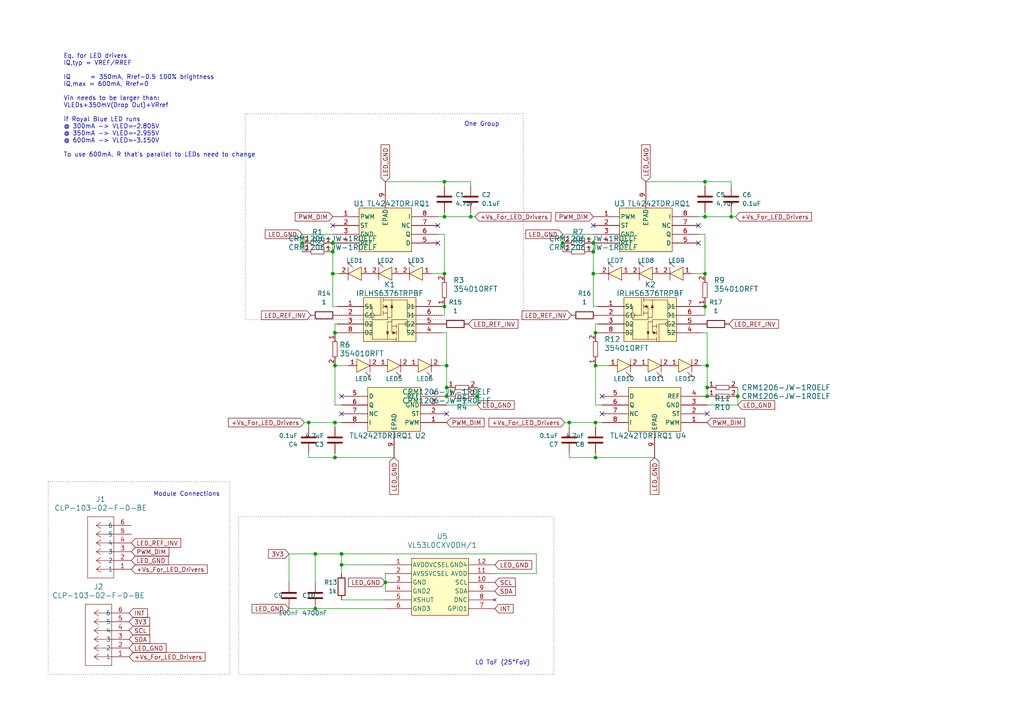
<source format=kicad_sch>
(kicad_sch (version 20230121) (generator eeschema)
  (paper "A4")
  (lib_symbols
    (symbol "354010RFT:354010RFT" (pin_names (offset 0.254))
      (property "Reference" "R3" (at 7.62 -2.54 90))
      (property "Value" "354010RFT" (at 5.08 -2.54 90))
      (symbol "354010RFT_1_1"
        (rectangle (start 2.54 0.635) (end 6.985 -0.635))
        (pin unspecified line (at 0 0 0) (length 2.54) (name "") (number "1"))
        (pin unspecified line (at 9.525 0 180) (length 2.54) (name "") (number "2"))
      )
      (symbol "354010RFT_1_2"
        (polyline (pts (xy -1.27 3.175) (xy 1.27 4.445)) (stroke (width 0.2032)))
        (polyline (pts (xy -1.27 5.715) (xy 1.27 6.985)) (stroke (width 0.2032)))
        (polyline (pts (xy -1.27 8.255) (xy 1.27 9.525)) (stroke (width 0.2032)))
        (polyline (pts (xy 0 2.54) (xy -1.27 3.175)) (stroke (width 0.2032)))
        (polyline (pts (xy 1.27 4.445) (xy -1.27 5.715)) (stroke (width 0.2032)))
        (polyline (pts (xy 1.27 6.985) (xy -1.27 8.255)) (stroke (width 0.2032)))
        (polyline (pts (xy 1.27 9.525) (xy 0 10.16)) (stroke (width 0.2032)))
        (pin unspecified line (at 0 12.7 270) (length 2.54) (name "") (number "1"))
        (pin unspecified line (at 0 0 90) (length 2.54) (name "") (number "2"))
      )
    )
    (symbol "CLP_103_02_F_D_BE:CLP-103-02-F-D-BE" (pin_names (offset 0.254))
      (property "Reference" "J" (at 8.89 6.35 0))
      (property "Value" "CLP-103-02-F-D-BE" (at 0 0 0))
      (symbol "CLP-103-02-F-D-BE_1_1"
        (polyline (pts (xy 5.08 -15.24) (xy 12.7 -15.24)) (stroke (width 0.127)))
        (polyline (pts (xy 5.08 2.54) (xy 5.08 -15.24)) (stroke (width 0.127)))
        (polyline (pts (xy 10.16 -12.7) (xy 5.08 -12.7)) (stroke (width 0.127)))
        (polyline (pts (xy 10.16 -12.7) (xy 8.89 -13.5467)) (stroke (width 0.127)))
        (polyline (pts (xy 10.16 -12.7) (xy 8.89 -11.8533)) (stroke (width 0.127)))
        (polyline (pts (xy 10.16 -10.16) (xy 5.08 -10.16)) (stroke (width 0.127)))
        (polyline (pts (xy 10.16 -10.16) (xy 8.89 -11.0067)) (stroke (width 0.127)))
        (polyline (pts (xy 10.16 -10.16) (xy 8.89 -9.3133)) (stroke (width 0.127)))
        (polyline (pts (xy 10.16 -7.62) (xy 5.08 -7.62)) (stroke (width 0.127)))
        (polyline (pts (xy 10.16 -7.62) (xy 8.89 -8.4667)) (stroke (width 0.127)))
        (polyline (pts (xy 10.16 -7.62) (xy 8.89 -6.7733)) (stroke (width 0.127)))
        (polyline (pts (xy 10.16 -5.08) (xy 5.08 -5.08)) (stroke (width 0.127)))
        (polyline (pts (xy 10.16 -5.08) (xy 8.89 -5.9267)) (stroke (width 0.127)))
        (polyline (pts (xy 10.16 -5.08) (xy 8.89 -4.2333)) (stroke (width 0.127)))
        (polyline (pts (xy 10.16 -2.54) (xy 5.08 -2.54)) (stroke (width 0.127)))
        (polyline (pts (xy 10.16 -2.54) (xy 8.89 -3.3867)) (stroke (width 0.127)))
        (polyline (pts (xy 10.16 -2.54) (xy 8.89 -1.6933)) (stroke (width 0.127)))
        (polyline (pts (xy 10.16 0) (xy 5.08 0)) (stroke (width 0.127)))
        (polyline (pts (xy 10.16 0) (xy 8.89 -0.8467)) (stroke (width 0.127)))
        (polyline (pts (xy 10.16 0) (xy 8.89 0.8467)) (stroke (width 0.127)))
        (polyline (pts (xy 12.7 -15.24) (xy 12.7 2.54)) (stroke (width 0.127)))
        (polyline (pts (xy 12.7 2.54) (xy 5.08 2.54)) (stroke (width 0.127)))
        (pin unspecified line (at 0 0 0) (length 5.08) (name "1") (number "1"))
        (pin unspecified line (at 0 -2.54 0) (length 5.08) (name "2") (number "2"))
        (pin unspecified line (at 0 -5.08 0) (length 5.08) (name "3") (number "3"))
        (pin unspecified line (at 0 -7.62 0) (length 5.08) (name "4") (number "4"))
        (pin unspecified line (at 0 -10.16 0) (length 5.08) (name "5") (number "5"))
        (pin unspecified line (at 0 -12.7 0) (length 5.08) (name "6") (number "6"))
      )
      (symbol "CLP-103-02-F-D-BE_1_2"
        (polyline (pts (xy 5.08 -15.24) (xy 12.7 -15.24)) (stroke (width 0.127)))
        (polyline (pts (xy 5.08 2.54) (xy 5.08 -15.24)) (stroke (width 0.127)))
        (polyline (pts (xy 7.62 -12.7) (xy 5.08 -12.7)) (stroke (width 0.127)))
        (polyline (pts (xy 7.62 -12.7) (xy 8.89 -13.5467)) (stroke (width 0.127)))
        (polyline (pts (xy 7.62 -12.7) (xy 8.89 -11.8533)) (stroke (width 0.127)))
        (polyline (pts (xy 7.62 -10.16) (xy 5.08 -10.16)) (stroke (width 0.127)))
        (polyline (pts (xy 7.62 -10.16) (xy 8.89 -11.0067)) (stroke (width 0.127)))
        (polyline (pts (xy 7.62 -10.16) (xy 8.89 -9.3133)) (stroke (width 0.127)))
        (polyline (pts (xy 7.62 -7.62) (xy 5.08 -7.62)) (stroke (width 0.127)))
        (polyline (pts (xy 7.62 -7.62) (xy 8.89 -8.4667)) (stroke (width 0.127)))
        (polyline (pts (xy 7.62 -7.62) (xy 8.89 -6.7733)) (stroke (width 0.127)))
        (polyline (pts (xy 7.62 -5.08) (xy 5.08 -5.08)) (stroke (width 0.127)))
        (polyline (pts (xy 7.62 -5.08) (xy 8.89 -5.9267)) (stroke (width 0.127)))
        (polyline (pts (xy 7.62 -5.08) (xy 8.89 -4.2333)) (stroke (width 0.127)))
        (polyline (pts (xy 7.62 -2.54) (xy 5.08 -2.54)) (stroke (width 0.127)))
        (polyline (pts (xy 7.62 -2.54) (xy 8.89 -3.3867)) (stroke (width 0.127)))
        (polyline (pts (xy 7.62 -2.54) (xy 8.89 -1.6933)) (stroke (width 0.127)))
        (polyline (pts (xy 7.62 0) (xy 5.08 0)) (stroke (width 0.127)))
        (polyline (pts (xy 7.62 0) (xy 8.89 -0.8467)) (stroke (width 0.127)))
        (polyline (pts (xy 7.62 0) (xy 8.89 0.8467)) (stroke (width 0.127)))
        (polyline (pts (xy 12.7 -15.24) (xy 12.7 2.54)) (stroke (width 0.127)))
        (polyline (pts (xy 12.7 2.54) (xy 5.08 2.54)) (stroke (width 0.127)))
        (pin unspecified line (at 0 0 0) (length 5.08) (name "1") (number "1"))
        (pin unspecified line (at 0 -2.54 0) (length 5.08) (name "2") (number "2"))
        (pin unspecified line (at 0 -5.08 0) (length 5.08) (name "3") (number "3"))
        (pin unspecified line (at 0 -7.62 0) (length 5.08) (name "4") (number "4"))
        (pin unspecified line (at 0 -10.16 0) (length 5.08) (name "5") (number "5"))
        (pin unspecified line (at 0 -12.7 0) (length 5.08) (name "6") (number "6"))
      )
    )
    (symbol "CRM1206_JW_1R0ELF:CRM1206-JW-1R0ELF" (pin_names (offset 0.254))
      (property "Reference" "R1" (at 6.35 -5.715 0))
      (property "Value" "CRM1206-JW-1R0ELF" (at 6.35 -3.175 0))
      (symbol "CRM1206-JW-1R0ELF_1_1"
        (rectangle (start 2.54 0.635) (end 6.35 -0.635))
        (pin unspecified line (at 0 0 0) (length 2.54) (name "") (number "1"))
        (pin unspecified line (at 8.89 0 180) (length 2.54) (name "") (number "2"))
      )
      (symbol "CRM1206-JW-1R0ELF_1_2"
        (polyline (pts (xy -1.27 3.175) (xy 1.27 4.445)) (stroke (width 0.2032)))
        (polyline (pts (xy -1.27 5.715) (xy 1.27 6.985)) (stroke (width 0.2032)))
        (polyline (pts (xy -1.27 8.255) (xy 1.27 9.525)) (stroke (width 0.2032)))
        (polyline (pts (xy 0 2.54) (xy -1.27 3.175)) (stroke (width 0.2032)))
        (polyline (pts (xy 1.27 4.445) (xy -1.27 5.715)) (stroke (width 0.2032)))
        (polyline (pts (xy 1.27 6.985) (xy -1.27 8.255)) (stroke (width 0.2032)))
        (polyline (pts (xy 1.27 9.525) (xy 0 10.16)) (stroke (width 0.2032)))
        (pin unspecified line (at 0 12.7 270) (length 2.54) (name "") (number "1"))
        (pin unspecified line (at 0 0 90) (length 2.54) (name "") (number "2"))
      )
    )
    (symbol "Device:C" (pin_numbers hide) (pin_names (offset 0.254))
      (property "Reference" "C" (at 0.635 2.54 0))
      (property "Value" "C" (at 0.635 -2.54 0))
      (symbol "C_0_1"
        (polyline (pts (xy -2.032 -0.762) (xy 2.032 -0.762)) (stroke (width 0.508)))
        (polyline (pts (xy -2.032 0.762) (xy 2.032 0.762)) (stroke (width 0.508)))
      )
      (symbol "C_1_1"
        (pin passive line (at 0 3.81 270) (length 2.794) (name "~") (number "1"))
        (pin passive line (at 0 -3.81 90) (length 2.794) (name "~") (number "2"))
      )
    )
    (symbol "Device:R" (pin_numbers hide) (pin_names (offset 0))
      (property "Reference" "R" (at 2.032 0 90))
      (property "Value" "R" (at 0 0 90))
      (symbol "R_0_1"
        (rectangle (start -1.016 -2.54) (end 1.016 2.54) (stroke (width 0.254)))
      )
      (symbol "R_1_1"
        (pin passive line (at 0 3.81 270) (length 1.27) (name "~") (number "1"))
        (pin passive line (at 0 -3.81 90) (length 1.27) (name "~") (number "2"))
      )
    )
    (symbol "HFS:XPEBRY-L1-R250-00P01"
      (property "Reference" "LED" (at 0 5.08 0))
      (property "Value" "XPEBRY-L1-R250-00P01" (at 0 -5.08 0))
      (symbol "XPEBRY-L1-R250-00P01_0_1"
        (polyline (pts (xy -5.08 0) (xy -5.08 0)))
        (polyline (pts (xy -1.905 -1.905) (xy -1.905 1.905)))
        (polyline (pts (xy -0.635 1.905) (xy -1.905 3.175)))
        (polyline (pts (xy -1.905 2.54) (xy -1.905 3.175) (xy -1.27 3.175)))
        (polyline (pts (xy 1.905 1.905) (xy 1.905 -1.905) (xy -1.905 0) (xy 1.905 1.905)) (fill (type background)))
      )
      (symbol "XPEBRY-L1-R250-00P01_1_1"
        (pin passive line (at 4.445 0 180) (length 2.54) (name "") (number "1"))
        (pin passive line (at -4.445 0 0) (length 2.54) (name "") (number "2"))
      )
    )
    (symbol "IRLHS6376TRPBF:IRLHS6376TRPBF" (pin_names (offset 0.254))
      (property "Reference" "K1" (at 0 15.24 0))
      (property "Value" "IRLHS6376TRPBF" (at 0 12.7 0))
      (symbol "IRLHS6376TRPBF_0_1"
        (arc (start -5.08 1.905) (mid -4.4477 2.54) (end -5.08 3.175) (stroke (width 0.127)))
        (polyline (pts (xy -7.62 0) (xy -5.08 0)) (stroke (width 0.127)))
        (polyline (pts (xy -7.62 2.54) (xy -2.54 2.54)) (stroke (width 0.127)))
        (polyline (pts (xy -7.62 5.08) (xy -5.08 5.08)) (stroke (width 0.127)))
        (polyline (pts (xy -5.08 -2.54) (xy -7.62 -2.54)) (stroke (width 0.127)))
        (polyline (pts (xy -5.08 0) (xy -5.08 -4.445)) (stroke (width 0.127)))
        (polyline (pts (xy -5.08 1.27) (xy -0.635 1.27)) (stroke (width 0.127)))
        (polyline (pts (xy -5.08 1.905) (xy -5.08 1.27)) (stroke (width 0.127)))
        (polyline (pts (xy -5.08 5.08) (xy -5.08 3.175)) (stroke (width 0.127)))
        (polyline (pts (xy -2.54 7.62) (xy -2.54 2.54)) (stroke (width 0.127)))
        (polyline (pts (xy -1.905 3.175) (xy -0.635 3.175)) (stroke (width 0.127)))
        (polyline (pts (xy -1.905 3.81) (xy -1.905 2.54)) (stroke (width 0.127)))
        (polyline (pts (xy -1.905 5.08) (xy -0.635 5.08)) (stroke (width 0.127)))
        (polyline (pts (xy -1.905 5.715) (xy -1.905 4.445)) (stroke (width 0.127)))
        (polyline (pts (xy -1.905 6.985) (xy 5.0855 6.9808)) (stroke (width 0.127)))
        (polyline (pts (xy -1.905 7.62) (xy -1.905 6.35)) (stroke (width 0.127)))
        (polyline (pts (xy -1.5875 5.08) (xy -0.9525 4.7625)) (stroke (width 0.127)))
        (polyline (pts (xy -1.5875 5.08) (xy -0.9525 5.3975)) (stroke (width 0.127)))
        (polyline (pts (xy -0.9525 -2.8575) (xy -0.3175 -2.8575)) (stroke (width 0.127)))
        (polyline (pts (xy -0.9525 -2.2225) (xy -0.3175 -2.2225)) (stroke (width 0.127)))
        (polyline (pts (xy -0.9525 5.3975) (xy -0.9525 4.7625)) (stroke (width 0.127)))
        (polyline (pts (xy -0.635 -2.8575) (xy -0.9525 -2.2225)) (stroke (width 0.127)))
        (polyline (pts (xy -0.635 0.635) (xy -0.635 -4.445)) (stroke (width 0.127)))
        (polyline (pts (xy -0.635 1.905) (xy 0.635 1.905)) (stroke (width 0.127)))
        (polyline (pts (xy -0.635 5.08) (xy -0.635 1.27)) (stroke (width 0.127)))
        (polyline (pts (xy -0.3175 -2.2225) (xy -0.635 -2.8575)) (stroke (width 0.127)))
        (polyline (pts (xy 0.3175 4.7625) (xy 0.635 5.3975)) (stroke (width 0.127)))
        (polyline (pts (xy 0.3175 4.7625) (xy 0.9525 4.7625)) (stroke (width 0.127)))
        (polyline (pts (xy 0.3175 5.3975) (xy 0.9525 5.3975)) (stroke (width 0.127)))
        (polyline (pts (xy 0.635 -2.54) (xy 1.905 -2.54)) (stroke (width 0.127)))
        (polyline (pts (xy 0.635 0.635) (xy -0.635 0.635)) (stroke (width 0.127)))
        (polyline (pts (xy 0.635 1.27) (xy 0.635 -2.54)) (stroke (width 0.127)))
        (polyline (pts (xy 0.635 1.27) (xy 5.08 1.27)) (stroke (width 0.127)))
        (polyline (pts (xy 0.635 5.3975) (xy 0.9525 4.7625)) (stroke (width 0.127)))
        (polyline (pts (xy 0.635 6.985) (xy 0.635 1.905)) (stroke (width 0.127)))
        (polyline (pts (xy 0.9525 -2.8575) (xy 1.5875 -2.54)) (stroke (width 0.127)))
        (polyline (pts (xy 0.9525 -2.2225) (xy 0.9525 -2.8575)) (stroke (width 0.127)))
        (polyline (pts (xy 1.5875 -2.54) (xy 0.9525 -2.2225)) (stroke (width 0.127)))
        (polyline (pts (xy 1.905 -5.08) (xy 1.905 -3.81)) (stroke (width 0.127)))
        (polyline (pts (xy 1.905 -4.445) (xy -5.0891 -4.4453)) (stroke (width 0.127)))
        (polyline (pts (xy 1.905 -3.175) (xy 1.905 -1.905)) (stroke (width 0.127)))
        (polyline (pts (xy 1.905 -1.27) (xy 1.905 0)) (stroke (width 0.127)))
        (polyline (pts (xy 1.905 -0.635) (xy 0.635 -0.635)) (stroke (width 0.127)))
        (polyline (pts (xy 2.54 -5.08) (xy 2.54 0)) (stroke (width 0.127)))
        (polyline (pts (xy 5.08 -2.54) (xy 7.62 -2.54)) (stroke (width 0.127)))
        (polyline (pts (xy 5.08 -0.635) (xy 5.08 -2.54)) (stroke (width 0.127)))
        (polyline (pts (xy 5.08 0.635) (xy 5.08 1.27)) (stroke (width 0.127)))
        (polyline (pts (xy 5.08 2.54) (xy 5.08 6.985)) (stroke (width 0.127)))
        (polyline (pts (xy 5.08 5.08) (xy 7.62 5.08)) (stroke (width 0.127)))
        (polyline (pts (xy 7.62 0) (xy 2.54 0)) (stroke (width 0.127)))
        (polyline (pts (xy 7.62 2.54) (xy 5.08 2.54)) (stroke (width 0.127)))
        (polyline (pts (xy -1.5875 5.08) (xy -0.9525 5.3975) (xy -0.9525 4.7625)) (fill (type outline)))
        (polyline (pts (xy -0.9525 -2.2225) (xy -0.3175 -2.2225) (xy -0.635 -2.8575)) (fill (type outline)))
        (polyline (pts (xy 0.635 5.3975) (xy 0.3175 4.7625) (xy 0.9525 4.7625)) (fill (type outline)))
        (polyline (pts (xy 0.9525 -2.2225) (xy 0.9525 -2.8575) (xy 1.5875 -2.54)) (fill (type outline)))
        (arc (start 5.08 0.635) (mid 4.4477 0) (end 5.08 -0.635) (stroke (width 0.127)))
        (pin unspecified line (at -15.24 5.08 0) (length 7.62) (name "S1") (number "1"))
        (pin unspecified line (at -15.24 2.54 0) (length 7.62) (name "G1") (number "2"))
        (pin unspecified line (at -15.24 0 0) (length 7.62) (name "D2") (number "3"))
        (pin unspecified line (at 15.24 -2.54 180) (length 7.62) (name "S2") (number "4"))
        (pin unspecified line (at 15.24 0 180) (length 7.62) (name "G2") (number "5"))
        (pin unspecified line (at 15.24 2.54 180) (length 7.62) (name "D1") (number "6"))
        (pin unspecified line (at 15.24 5.08 180) (length 7.62) (name "D1") (number "7"))
        (pin unspecified line (at -15.24 -2.54 0) (length 7.62) (name "D2") (number "8"))
      )
      (symbol "IRLHS6376TRPBF_1_1"
        (rectangle (start -7.62 7.62) (end 7.62 -5.08) (fill (type background)))
      )
    )
    (symbol "TL4242TDRJRQ1:TL4242TDRJRQ1" (pin_names (offset 0.254))
      (property "Reference" "U8" (at -7.62 7.62 0))
      (property "Value" "TL4242TDRJRQ1" (at 0 -10.16 0))
      (symbol "TL4242TDRJRQ1_0_1"
        (pin unspecified line (at -15.24 2.54 0) (length 7.62) (name "PWM") (number "1"))
        (pin unspecified line (at -15.24 0 0) (length 7.62) (name "ST") (number "2"))
        (pin power_in line (at -15.24 -2.54 0) (length 7.62) (name "GND") (number "3"))
        (pin power_in line (at -15.24 -5.08 0) (length 7.62) (name "REF") (number "4"))
        (pin unspecified line (at 15.24 -5.08 180) (length 7.62) (name "D") (number "5"))
        (pin unspecified line (at 15.24 -2.54 180) (length 7.62) (name "Q") (number "6"))
        (pin unspecified line (at 15.24 0 180) (length 7.62) (name "NC") (number "7"))
        (pin unspecified line (at 15.24 2.54 180) (length 7.62) (name "I") (number "8"))
        (pin unspecified line (at 0 12.7 270) (length 7.62) (name "EPAD") (number "9"))
      )
      (symbol "TL4242TDRJRQ1_1_1"
        (rectangle (start -7.62 5.08) (end 7.62 -7.62) (fill (type background)))
      )
    )
    (symbol "VL53L0CXV0DH-1:VL53L0CXV0DH_1" (pin_names (offset 0.254))
      (property "Reference" "U6" (at 16.51 8.255 0))
      (property "Value" "VL53L0CXV0DH/1" (at 16.51 5.715 0))
      (symbol "VL53L0CXV0DH_1_0_1"
        (pin power_in line (at 0 0 0) (length 7.62) (name "AVDDVCSEL") (number "1"))
        (pin input line (at 31.75 -5.08 180) (length 7.62) (name "SCL") (number "10"))
        (pin power_in line (at 31.75 -2.54 180) (length 7.62) (name "AVDD") (number "11"))
        (pin power_in line (at 31.75 0 180) (length 7.62) (name "GND4") (number "12"))
        (pin power_in line (at 0 -2.54 0) (length 7.62) (name "AVSSVCSEL") (number "2"))
        (pin power_in line (at 0 -5.08 0) (length 7.62) (name "GND") (number "3"))
        (pin power_in line (at 0 -7.62 0) (length 7.62) (name "GND2") (number "4"))
        (pin input line (at 0 -10.16 0) (length 7.62) (name "XSHUT") (number "5"))
        (pin power_in line (at 0 -12.7 0) (length 7.62) (name "GND3") (number "6"))
        (pin bidirectional line (at 31.75 -12.7 180) (length 7.62) (name "GPIO1") (number "7"))
        (pin no_connect line (at 31.75 -10.16 180) (length 7.62) (name "DNC") (number "8"))
        (pin bidirectional line (at 31.75 -7.62 180) (length 7.62) (name "SDA") (number "9"))
      )
      (symbol "VL53L0CXV0DH_1_1_1"
        (rectangle (start 7.62 1.905) (end 24.13 -14.605) (fill (type background)))
      )
    )
  )
  (junction (at 97.155 132.715))
  (junction (at 97.155 96.52))
  (junction (at 111.76 168.91))
  (junction (at 172.085 70.485))
  (junction (at 129.54 112.395))
  (junction (at 204.47 88.9))
  (junction (at 97.155 106.045))
  (junction (at 172.72 106.045))
  (junction (at 165.1 122.555))
  (junction (at 91.44 176.53))
  (junction (at 97.155 122.555))
  (junction (at 138.43 114.935))
  (junction (at 204.47 52.705))
  (junction (at 205.105 114.935))
  (junction (at 96.52 70.485))
  (junction (at 99.06 160.655))
  (junction (at 205.105 106.045))
  (junction (at 213.995 114.935))
  (junction (at 172.085 79.375))
  (junction (at 129.54 114.935))
  (junction (at 96.52 73.025))
  (junction (at 91.44 160.655))
  (junction (at 128.905 79.375))
  (junction (at 128.905 52.705))
  (junction (at 136.525 62.865))
  (junction (at 204.47 79.375))
  (junction (at 99.06 163.83))
  (junction (at 128.905 62.865))
  (junction (at 205.105 112.395))
  (junction (at 87.63 70.485))
  (junction (at 96.52 79.375))
  (junction (at 172.72 122.555))
  (junction (at 172.72 132.715))
  (junction (at 128.905 88.9))
  (junction (at 163.195 70.485))
  (junction (at 89.535 122.555))
  (junction (at 212.09 62.865))
  (junction (at 172.085 73.025))
  (junction (at 204.47 62.865))
  (junction (at 129.54 106.045))
  (junction (at 172.72 96.52))
  (no_connect (at 127 65.405))
  (no_connect (at 99.06 120.015))
  (no_connect (at 172.085 65.405))
  (no_connect (at 129.54 120.015))
  (no_connect (at 99.06 114.935))
  (no_connect (at 96.52 65.405))
  (no_connect (at 174.625 114.935))
  (no_connect (at 127 70.485))
  (no_connect (at 202.565 70.485))
  (no_connect (at 174.625 120.015))
  (no_connect (at 202.565 65.405))
  (no_connect (at 205.105 120.015))
  (wire (pts (xy 176.53 106.045) (xy 172.72 106.045)))
  (wire (pts (xy 143.51 166.37) (xy 155.575 166.37)))
  (wire (pts (xy 204.47 67.945) (xy 202.565 67.945)))
  (wire (pts (xy 96.52 79.375) (xy 96.52 88.9)))
  (wire (pts (xy 172.085 73.025) (xy 172.085 79.375)))
  (wire (pts (xy 136.525 61.595) (xy 136.525 62.865)))
  (wire (pts (xy 172.72 123.825) (xy 172.72 122.555)))
  (wire (pts (xy 97.155 117.475) (xy 97.155 106.045)))
  (wire (pts (xy 129.54 96.52) (xy 129.54 106.045)))
  (wire (pts (xy 172.72 117.475) (xy 174.625 117.475)))
  (wire (pts (xy 163.83 122.555) (xy 165.1 122.555)))
  (wire (pts (xy 204.47 62.865) (xy 202.565 62.865)))
  (wire (pts (xy 96.52 88.9) (xy 97.79 88.9)))
  (wire (pts (xy 99.06 160.655) (xy 99.06 163.83)))
  (wire (pts (xy 100.965 106.045) (xy 97.155 106.045)))
  (wire (pts (xy 125.095 79.375) (xy 128.905 79.375)))
  (wire (pts (xy 172.72 96.52) (xy 172.72 93.98)))
  (wire (pts (xy 111.76 168.91) (xy 111.76 166.37)))
  (wire (pts (xy 91.44 176.53) (xy 111.76 176.53)))
  (wire (pts (xy 165.1 122.555) (xy 172.72 122.555)))
  (wire (pts (xy 97.155 96.52) (xy 97.79 96.52)))
  (wire (pts (xy 128.905 62.865) (xy 127 62.865)))
  (wire (pts (xy 96.52 73.025) (xy 96.52 79.375)))
  (wire (pts (xy 127.635 106.045) (xy 129.54 106.045)))
  (wire (pts (xy 204.47 91.44) (xy 203.835 91.44)))
  (wire (pts (xy 165.1 132.715) (xy 165.1 131.445)))
  (wire (pts (xy 172.085 88.9) (xy 173.355 88.9)))
  (wire (pts (xy 129.54 112.395) (xy 129.54 106.045)))
  (wire (pts (xy 128.905 67.945) (xy 127 67.945)))
  (wire (pts (xy 97.155 117.475) (xy 99.06 117.475)))
  (wire (pts (xy 172.72 132.715) (xy 165.1 132.715)))
  (wire (pts (xy 138.43 117.475) (xy 129.54 117.475)))
  (wire (pts (xy 163.195 67.945) (xy 172.085 67.945)))
  (wire (pts (xy 88.265 122.555) (xy 89.535 122.555)))
  (wire (pts (xy 136.525 52.705) (xy 136.525 53.975)))
  (wire (pts (xy 111.76 52.705) (xy 128.905 52.705)))
  (wire (pts (xy 114.3 132.715) (xy 97.155 132.715)))
  (wire (pts (xy 97.155 132.715) (xy 89.535 132.715)))
  (wire (pts (xy 89.535 123.825) (xy 89.535 122.555)))
  (wire (pts (xy 91.44 160.655) (xy 91.44 168.91)))
  (wire (pts (xy 204.47 61.595) (xy 204.47 62.865)))
  (wire (pts (xy 163.195 70.485) (xy 163.195 73.025)))
  (wire (pts (xy 204.47 67.945) (xy 204.47 79.375)))
  (wire (pts (xy 87.63 70.485) (xy 87.63 73.025)))
  (wire (pts (xy 212.09 62.865) (xy 204.47 62.865)))
  (wire (pts (xy 99.06 173.99) (xy 111.76 173.99)))
  (wire (pts (xy 99.06 166.37) (xy 99.06 163.83)))
  (wire (pts (xy 97.155 122.555) (xy 99.06 122.555)))
  (wire (pts (xy 98.425 79.375) (xy 96.52 79.375)))
  (wire (pts (xy 83.82 160.655) (xy 83.82 168.91)))
  (wire (pts (xy 212.09 52.705) (xy 212.09 53.975)))
  (wire (pts (xy 213.36 62.865) (xy 212.09 62.865)))
  (wire (pts (xy 111.76 168.91) (xy 111.76 171.45)))
  (wire (pts (xy 87.63 67.945) (xy 96.52 67.945)))
  (wire (pts (xy 99.06 160.655) (xy 91.44 160.655)))
  (wire (pts (xy 96.52 70.485) (xy 96.52 73.025)))
  (wire (pts (xy 213.995 114.935) (xy 213.995 112.395)))
  (wire (pts (xy 87.63 67.945) (xy 87.63 70.485)))
  (wire (pts (xy 187.325 52.705) (xy 204.47 52.705)))
  (wire (pts (xy 204.47 88.9) (xy 204.47 91.44)))
  (wire (pts (xy 212.09 61.595) (xy 212.09 62.865)))
  (wire (pts (xy 83.82 176.53) (xy 91.44 176.53)))
  (wire (pts (xy 91.44 160.655) (xy 83.82 160.655)))
  (wire (pts (xy 172.085 79.375) (xy 172.085 88.9)))
  (wire (pts (xy 172.72 117.475) (xy 172.72 106.045)))
  (wire (pts (xy 97.155 123.825) (xy 97.155 122.555)))
  (wire (pts (xy 205.105 112.395) (xy 205.105 106.045)))
  (wire (pts (xy 172.72 122.555) (xy 174.625 122.555)))
  (wire (pts (xy 136.525 62.865) (xy 128.905 62.865)))
  (wire (pts (xy 204.47 52.705) (xy 212.09 52.705)))
  (wire (pts (xy 172.72 132.715) (xy 172.72 131.445)))
  (wire (pts (xy 172.72 96.52) (xy 173.355 96.52)))
  (wire (pts (xy 200.66 79.375) (xy 204.47 79.375)))
  (wire (pts (xy 203.2 106.045) (xy 205.105 106.045)))
  (wire (pts (xy 89.535 132.715) (xy 89.535 131.445)))
  (wire (pts (xy 213.995 117.475) (xy 205.105 117.475)))
  (wire (pts (xy 99.06 163.83) (xy 111.76 163.83)))
  (wire (pts (xy 173.99 79.375) (xy 172.085 79.375)))
  (wire (pts (xy 172.72 93.98) (xy 173.355 93.98)))
  (wire (pts (xy 129.54 114.935) (xy 129.54 112.395)))
  (wire (pts (xy 205.105 96.52) (xy 205.105 106.045)))
  (wire (pts (xy 205.105 96.52) (xy 203.835 96.52)))
  (wire (pts (xy 128.905 91.44) (xy 128.27 91.44)))
  (wire (pts (xy 128.905 52.705) (xy 136.525 52.705)))
  (wire (pts (xy 97.155 93.98) (xy 97.79 93.98)))
  (wire (pts (xy 129.54 96.52) (xy 128.27 96.52)))
  (wire (pts (xy 128.905 52.705) (xy 128.905 53.975)))
  (wire (pts (xy 163.195 67.945) (xy 163.195 70.485)))
  (wire (pts (xy 205.105 114.935) (xy 205.105 112.395)))
  (wire (pts (xy 189.865 132.715) (xy 172.72 132.715)))
  (wire (pts (xy 172.085 70.485) (xy 172.085 73.025)))
  (wire (pts (xy 97.155 132.715) (xy 97.155 131.445)))
  (wire (pts (xy 128.27 88.9) (xy 128.905 88.9)))
  (wire (pts (xy 155.575 166.37) (xy 155.575 160.655)))
  (wire (pts (xy 138.43 117.475) (xy 138.43 114.935)))
  (wire (pts (xy 89.535 122.555) (xy 97.155 122.555)))
  (wire (pts (xy 165.1 123.825) (xy 165.1 122.555)))
  (wire (pts (xy 204.47 88.9) (xy 203.835 88.9)))
  (wire (pts (xy 138.43 114.935) (xy 138.43 112.395)))
  (wire (pts (xy 97.155 96.52) (xy 97.155 93.98)))
  (wire (pts (xy 213.995 117.475) (xy 213.995 114.935)))
  (wire (pts (xy 137.795 62.865) (xy 136.525 62.865)))
  (wire (pts (xy 128.905 67.945) (xy 128.905 79.375)))
  (wire (pts (xy 128.905 61.595) (xy 128.905 62.865)))
  (wire (pts (xy 128.905 88.9) (xy 128.905 91.44)))
  (wire (pts (xy 204.47 52.705) (xy 204.47 53.975)))
  (wire (pts (xy 155.575 160.655) (xy 99.06 160.655)))
  (rectangle (start 71.12 33.02) (end 151.765 92.71) (stroke (width 0) (type dot)))
  (rectangle (start 69.215 149.86) (end 160.655 195.58) (stroke (width 0) (type dot)))
  (rectangle (start 13.97 139.7) (end 66.675 195.58) (stroke (width 0) (type dot)))
  (text "One Group\n" (at 134.62 36.83 0) (effects (font (size 1.27 1.27)) (justify left bottom)))
  (text "Eq. for LED drivers\nIQ,typ = VREF/RREF\n\nIQ 	   = 350mA, Rref-0.5 100% brightness\nIQ,max = 600mA, Rref=0\n\nVin needs to be larger than:\nVLEDs+350mV(Drop Out)+VRref\n\nif Royal Blue LED runs\n@ 300mA -> VLED=~2.805V\n@ 350mA -> VLED=~2.955V\n@ 600mA -> VLED=~3.150V\n\nTo use 600mA, R that's parallel to LEDs need to change\n" (at 18.415 45.72 0) (effects (font (size 1.27 1.27)) (justify left bottom)))
  (text "L0 ToF (25°FoV)" (at 137.795 193.04 0) (effects (font (size 1.27 1.27)) (justify left bottom)))
  (text "Module Connections\n" (at 44.45 144.145 0) (effects (font (size 1.27 1.27)) (justify left bottom)))
  (global_label "SDA" (shape input) (at 143.51 171.45 0) (property "Intersheetrefs" "${INTERSHEET_REFS}" (effects hide)))
  (global_label "LED_REF_INV" (shape input) (at 135.89 93.98 0) (property "Intersheetrefs" "${INTERSHEET_REFS}" (effects hide)))
  (global_label "+Vs_For_LED_Drivers" (shape input) (at 163.83 122.555 180) (property "Intersheetrefs" "${INTERSHEET_REFS}" (effects hide)))
  (global_label "3V3" (shape input) (at 83.82 160.655 180) (property "Intersheetrefs" "${INTERSHEET_REFS}" (effects hide)))
  (global_label "+Vs_For_LED_Drivers" (shape input) (at 38.1 165.1 0) (property "Intersheetrefs" "${INTERSHEET_REFS}" (effects hide)))
  (global_label "LED_GND" (shape input) (at 111.76 52.705 90) (property "Intersheetrefs" "${INTERSHEET_REFS}" (effects hide)))
  (global_label "+Vs_For_LED_Drivers" (shape input) (at 37.465 190.5 0) (property "Intersheetrefs" "${INTERSHEET_REFS}" (effects hide)))
  (global_label "PWM_DIM" (shape input) (at 172.085 62.865 180) (property "Intersheetrefs" "${INTERSHEET_REFS}" (effects hide)))
  (global_label "+Vs_For_LED_Drivers" (shape input) (at 88.265 122.555 180) (property "Intersheetrefs" "${INTERSHEET_REFS}" (effects hide)))
  (global_label "LED_REF_INV" (shape input) (at 165.735 91.44 180) (property "Intersheetrefs" "${INTERSHEET_REFS}" (effects hide)))
  (global_label "LED_REF_INV" (shape input) (at 211.455 93.98 0) (property "Intersheetrefs" "${INTERSHEET_REFS}" (effects hide)))
  (global_label "LED_GND" (shape input) (at 38.1 162.56 0) (property "Intersheetrefs" "${INTERSHEET_REFS}" (effects hide)))
  (global_label "LED_GND" (shape input) (at 187.325 52.705 90) (property "Intersheetrefs" "${INTERSHEET_REFS}" (effects hide)))
  (global_label "LED_GND" (shape input) (at 138.43 117.475 0) (property "Intersheetrefs" "${INTERSHEET_REFS}" (effects hide)))
  (global_label "PWM_DIM" (shape input) (at 96.52 62.865 180) (property "Intersheetrefs" "${INTERSHEET_REFS}" (effects hide)))
  (global_label "3V3" (shape input) (at 37.465 180.34 0) (property "Intersheetrefs" "${INTERSHEET_REFS}" (effects hide)))
  (global_label "LED_GND" (shape input) (at 87.63 67.945 180) (property "Intersheetrefs" "${INTERSHEET_REFS}" (effects hide)))
  (global_label "LED_GND" (shape input) (at 143.51 163.83 0) (property "Intersheetrefs" "${INTERSHEET_REFS}" (effects hide)))
  (global_label "PWM_DIM" (shape input) (at 38.1 160.02 0) (property "Intersheetrefs" "${INTERSHEET_REFS}" (effects hide)))
  (global_label "SCL" (shape input) (at 143.51 168.91 0) (property "Intersheetrefs" "${INTERSHEET_REFS}" (effects hide)))
  (global_label "LED_GND" (shape input) (at 114.3 132.715 270) (property "Intersheetrefs" "${INTERSHEET_REFS}" (effects hide)))
  (global_label "LED_GND" (shape input) (at 213.995 117.475 0) (property "Intersheetrefs" "${INTERSHEET_REFS}" (effects hide)))
  (global_label "LED_GND" (shape input) (at 111.76 168.91 180) (property "Intersheetrefs" "${INTERSHEET_REFS}" (effects hide)))
  (global_label "PWM_DIM" (shape input) (at 129.54 122.555 0) (property "Intersheetrefs" "${INTERSHEET_REFS}" (effects hide)))
  (global_label "LED_GND" (shape input) (at 163.195 67.945 180) (property "Intersheetrefs" "${INTERSHEET_REFS}" (effects hide)))
  (global_label "LED_GND" (shape input) (at 37.465 187.96 0) (property "Intersheetrefs" "${INTERSHEET_REFS}" (effects hide)))
  (global_label "SDA" (shape input) (at 37.465 185.42 0) (property "Intersheetrefs" "${INTERSHEET_REFS}" (effects hide)))
  (global_label "LED_GND" (shape input) (at 189.865 132.715 270) (property "Intersheetrefs" "${INTERSHEET_REFS}" (effects hide)))
  (global_label "PWM_DIM" (shape input) (at 205.105 122.555 0) (property "Intersheetrefs" "${INTERSHEET_REFS}" (effects hide)))
  (global_label "INT" (shape input) (at 143.51 176.53 0) (property "Intersheetrefs" "${INTERSHEET_REFS}" (effects hide)))
  (global_label "SCL" (shape input) (at 37.465 182.88 0) (property "Intersheetrefs" "${INTERSHEET_REFS}" (effects hide)))
  (global_label "+Vs_For_LED_Drivers" (shape input) (at 213.36 62.865 0) (property "Intersheetrefs" "${INTERSHEET_REFS}" (effects hide)))
  (global_label "INT" (shape input) (at 37.465 177.8 0) (property "Intersheetrefs" "${INTERSHEET_REFS}" (effects hide)))
  (global_label "LED_REF_INV" (shape input) (at 38.1 157.48 0) (property "Intersheetrefs" "${INTERSHEET_REFS}" (effects hide)))
  (global_label "+Vs_For_LED_Drivers" (shape input) (at 137.795 62.865 0) (property "Intersheetrefs" "${INTERSHEET_REFS}" (effects hide)))
  (global_label "LED_REF_INV" (shape input) (at 90.17 91.44 180) (property "Intersheetrefs" "${INTERSHEET_REFS}" (effects hide)))
  (global_label "LED_GND" (shape input) (at 83.82 176.53 180) (property "Intersheetrefs" "${INTERSHEET_REFS}" (effects hide)))
  (symbol (lib_id "CRM1206_JW_1R0ELF:CRM1206-JW-1R0ELF") (at 96.52 73.025 180) (unit 1)
    (property "Reference" "R2" (at 92.075 69.85 0) (effects (font (size 1.524 1.524))))
    (property "Value" "CRM1206-JW-1R0ELF" (at 96.52 71.755 0) (effects (font (size 1.524 1.524))))
    (property "Footprint" "footprints:BO_CR1206" (effects hide))
    (property "Datasheet" "CRM1206-JW-1R0ELF" (effects hide))
  )
  (symbol (lib_id "Device:C") (at 128.905 57.785 0) (unit 1)
    (property "Reference" "C1" (at 132.08 56.515 0) (effects (justify left)))
    (property "Value" "4.7uF" (at 132.08 59.055 0) (effects (justify left)))
    (property "Footprint" "Capacitor_SMD:C_0402_1005Metric" (effects hide))
  )
  (symbol (lib_id "HFS:XPEBRY-L1-R250-00P01") (at 187.325 79.375 0) (unit 1)
    (property "Reference" "LED8" (at 187.325 75.565 0))
    (property "Value" "XPEBRY-L1-R250-00P01" (effects hide))
    (property "Footprint" "Library:HFS_LED" (effects hide))
  )
  (symbol (lib_id "HFS:XPEBRY-L1-R250-00P01") (at 178.435 79.375 0) (unit 1)
    (property "Reference" "LED7" (at 178.435 75.565 0))
    (property "Value" "XPEBRY-L1-R250-00P01" (effects hide))
    (property "Footprint" "Library:HFS_LED" (effects hide))
  )
  (symbol (lib_id "Device:C") (at 165.1 127.635 180) (unit 1)
    (property "Reference" "C7" (at 161.925 128.905 0) (effects (justify left)))
    (property "Value" "0.1uF" (at 161.925 126.365 0) (effects (justify left)))
    (property "Footprint" "Capacitor_SMD:C_0402_1005Metric" (effects hide))
  )
  (symbol (lib_id "354010RFT:354010RFT") (at 128.905 88.9 90) (unit 1)
    (property "Reference" "R3" (at 131.445 81.28 90) (effects (font (size 1.524 1.524)) (justify right)))
    (property "Value" "354010RFT" (at 131.445 83.82 90) (effects (font (size 1.524 1.524)) (justify right)))
    (property "Footprint" "footprints:RES_3540_TEC" (effects hide))
    (property "Datasheet" "354010RFT" (effects hide))
  )
  (symbol (lib_id "Device:C") (at 89.535 127.635 180) (unit 1)
    (property "Reference" "C4" (at 86.36 128.905 0) (effects (justify left)))
    (property "Value" "0.1uF" (at 86.36 126.365 0) (effects (justify left)))
    (property "Footprint" "Capacitor_SMD:C_0402_1005Metric" (effects hide))
  )
  (symbol (lib_id "Device:C") (at 97.155 127.635 180) (unit 1)
    (property "Reference" "C3" (at 93.98 128.905 0) (effects (justify left)))
    (property "Value" "4.7uF" (at 93.98 126.365 0) (effects (justify left)))
    (property "Footprint" "Capacitor_SMD:C_0402_1005Metric" (effects hide))
  )
  (symbol (lib_id "HFS:XPEBRY-L1-R250-00P01") (at 196.215 79.375 0) (unit 1)
    (property "Reference" "LED9" (at 196.215 75.565 0))
    (property "Value" "XPEBRY-L1-R250-00P01" (effects hide))
    (property "Footprint" "Library:HFS_LED" (effects hide))
  )
  (symbol (lib_id "354010RFT:354010RFT") (at 97.155 96.52 270) (unit 1)
    (property "Reference" "R6" (at 98.425 100.0125 90) (effects (font (size 1.524 1.524)) (justify left)))
    (property "Value" "354010RFT" (at 98.425 102.5525 90) (effects (font (size 1.524 1.524)) (justify left)))
    (property "Footprint" "footprints:RES_3540_TEC" (effects hide))
    (property "Datasheet" "354010RFT" (effects hide))
  )
  (symbol (lib_id "VL53L0CXV0DH-1:VL53L0CXV0DH_1") (at 111.76 163.83 0) (unit 1)
    (property "Reference" "U5" (at 128.27 155.575 0) (effects (font (size 1.524 1.524))))
    (property "Value" "VL53L0CXV0DH/1" (at 128.27 158.115 0) (effects (font (size 1.524 1.524))))
    (property "Footprint" "LGA12_STM" (effects hide))
    (property "Datasheet" "VL53L0CXV0DH/1" (effects hide))
  )
  (symbol (lib_id "Device:R") (at 99.06 170.18 0) (unit 1)
    (property "Reference" "R13" (at 93.98 168.91 0) (effects (justify left)))
    (property "Value" "1k" (at 95.25 171.45 0) (effects (justify left)))
    (property "Footprint" "Resistor_SMD:R_0402_1005Metric" (effects hide))
  )
  (symbol (lib_id "Device:R") (at 207.645 93.98 90) (unit 1)
    (property "Reference" "R17" (at 207.645 87.63 90))
    (property "Value" "1" (at 207.645 90.17 90))
    (property "Footprint" "Resistor_SMD:R_0402_1005Metric" (effects hide))
  )
  (symbol (lib_id "CRM1206_JW_1R0ELF:CRM1206-JW-1R0ELF") (at 129.54 114.935 0) (unit 1)
    (property "Reference" "R4" (at 133.985 118.11 0) (effects (font (size 1.524 1.524))))
    (property "Value" "CRM1206-JW-1R0ELF" (at 129.54 116.205 0) (effects (font (size 1.524 1.524))))
    (property "Footprint" "footprints:BO_CR1206" (effects hide))
    (property "Datasheet" "CRM1206-JW-1R0ELF" (effects hide))
  )
  (symbol (lib_id "354010RFT:354010RFT") (at 172.72 106.045 90) (unit 1)
    (property "Reference" "R12" (at 175.26 98.425 90) (effects (font (size 1.524 1.524)) (justify right)))
    (property "Value" "354010RFT" (at 175.26 100.965 90) (effects (font (size 1.524 1.524)) (justify right)))
    (property "Footprint" "footprints:RES_3540_TEC" (effects hide))
    (property "Datasheet" "354010RFT" (effects hide))
  )
  (symbol (lib_id "Device:C") (at 212.09 57.785 0) (unit 1)
    (property "Reference" "C6" (at 215.265 56.515 0) (effects (justify left)))
    (property "Value" "0.1uF" (at 215.265 59.055 0) (effects (justify left)))
    (property "Footprint" "Capacitor_SMD:C_0402_1005Metric" (effects hide))
  )
  (symbol (lib_id "Device:C") (at 91.44 172.72 180) (unit 1)
    (property "Reference" "C10" (at 87.63 172.72 0) (effects (justify right)))
    (property "Value" "4700nF" (at 87.63 177.8 0) (effects (justify right)))
    (property "Footprint" "Capacitor_SMD:C_0402_1005Metric" (effects hide))
  )
  (symbol (lib_id "Device:R") (at 169.545 91.44 90) (unit 1)
    (property "Reference" "R16" (at 169.545 85.09 90))
    (property "Value" "1" (at 169.545 87.63 90))
    (property "Footprint" "Resistor_SMD:R_0402_1005Metric" (effects hide))
  )
  (symbol (lib_id "Device:C") (at 83.82 172.72 180) (unit 1)
    (property "Reference" "C9" (at 79.375 172.72 0) (effects (justify right)))
    (property "Value" "100nF" (at 80.645 177.8 0) (effects (justify right)))
    (property "Footprint" "Capacitor_SMD:C_0402_1005Metric" (effects hide))
  )
  (symbol (lib_id "CRM1206_JW_1R0ELF:CRM1206-JW-1R0ELF") (at 172.085 73.025 180) (unit 1)
    (property "Reference" "R8" (at 167.64 69.85 0) (effects (font (size 1.524 1.524))))
    (property "Value" "CRM1206-JW-1R0ELF" (at 172.085 71.755 0) (effects (font (size 1.524 1.524))))
    (property "Footprint" "footprints:BO_CR1206" (effects hide))
    (property "Datasheet" "CRM1206-JW-1R0ELF" (effects hide))
  )
  (symbol (lib_id "CLP_103_02_F_D_BE:CLP-103-02-F-D-BE") (at 37.465 190.5 180) (unit 1)
    (property "Reference" "J2" (at 28.575 170.18 0) (effects (font (size 1.524 1.524))))
    (property "Value" "CLP-103-02-F-D-BE" (at 28.575 172.72 0) (effects (font (size 1.524 1.524))))
    (property "Footprint" "footprints:CONN_CLP-103-02-X-D-BE_SAI" (effects hide))
    (property "Datasheet" "CLP-103-02-F-D-BE" (effects hide))
  )
  (symbol (lib_id "HFS:XPEBRY-L1-R250-00P01") (at 105.41 106.045 180) (unit 1)
    (property "Reference" "LED4" (at 105.41 109.855 0))
    (property "Value" "XPEBRY-L1-R250-00P01" (effects hide))
    (property "Footprint" "Library:HFS_LED" (effects hide))
  )
  (symbol (lib_id "HFS:XPEBRY-L1-R250-00P01") (at 198.755 106.045 180) (unit 1)
    (property "Reference" "LED12" (at 198.755 109.855 0))
    (property "Value" "XPEBRY-L1-R250-00P01" (effects hide))
    (property "Footprint" "Library:HFS_LED" (effects hide))
  )
  (symbol (lib_id "HFS:XPEBRY-L1-R250-00P01") (at 111.76 79.375 0) (unit 1)
    (property "Reference" "LED2" (at 111.76 75.565 0))
    (property "Value" "XPEBRY-L1-R250-00P01" (effects hide))
    (property "Footprint" "Library:HFS_LED" (effects hide))
  )
  (symbol (lib_id "CRM1206_JW_1R0ELF:CRM1206-JW-1R0ELF") (at 96.52 70.485 180) (unit 1)
    (property "Reference" "R1" (at 92.075 67.31 0) (effects (font (size 1.524 1.524))))
    (property "Value" "CRM1206-JW-1R0ELF" (at 96.52 69.215 0) (effects (font (size 1.524 1.524))))
    (property "Footprint" "footprints:BO_CR1206" (effects hide))
    (property "Datasheet" "CRM1206-JW-1R0ELF" (effects hide))
  )
  (symbol (lib_id "Device:C") (at 172.72 127.635 180) (unit 1)
    (property "Reference" "C8" (at 169.545 128.905 0) (effects (justify left)))
    (property "Value" "4.7uF" (at 169.545 126.365 0) (effects (justify left)))
    (property "Footprint" "Capacitor_SMD:C_0402_1005Metric" (effects hide))
  )
  (symbol (lib_id "Device:R") (at 132.08 93.98 90) (unit 1)
    (property "Reference" "R15" (at 132.08 87.63 90))
    (property "Value" "1" (at 132.08 90.17 90))
    (property "Footprint" "Resistor_SMD:R_0402_1005Metric" (effects hide))
  )
  (symbol (lib_id "CRM1206_JW_1R0ELF:CRM1206-JW-1R0ELF") (at 205.105 112.395 0) (unit 1)
    (property "Reference" "R11" (at 209.55 115.57 0) (effects (font (size 1.524 1.524))))
    (property "Value" "CRM1206-JW-1R0ELF" (at 227.965 112.395 0) (effects (font (size 1.524 1.524))))
    (property "Footprint" "footprints:BO_CR1206" (effects hide))
    (property "Datasheet" "CRM1206-JW-1R0ELF" (effects hide))
  )
  (symbol (lib_id "IRLHS6376TRPBF:IRLHS6376TRPBF") (at 188.595 93.98 0) (unit 1)
    (property "Reference" "K2" (at 188.595 82.55 0) (effects (font (size 1.524 1.524))))
    (property "Value" "IRLHS6376TRPBF" (at 188.595 85.09 0) (effects (font (size 1.524 1.524))))
    (property "Footprint" "footprints:PQFN6_IRLHS6376TRPBF_INF" (effects hide))
    (property "Datasheet" "IRLHS6376TRPBF" (effects hide))
  )
  (symbol (lib_id "CRM1206_JW_1R0ELF:CRM1206-JW-1R0ELF") (at 129.54 112.395 0) (unit 1)
    (property "Reference" "R5" (at 133.985 115.57 0) (effects (font (size 1.524 1.524))))
    (property "Value" "CRM1206-JW-1R0ELF" (at 129.54 113.665 0) (effects (font (size 1.524 1.524))))
    (property "Footprint" "footprints:BO_CR1206" (effects hide))
    (property "Datasheet" "CRM1206-JW-1R0ELF" (effects hide))
  )
  (symbol (lib_id "Device:C") (at 204.47 57.785 0) (unit 1)
    (property "Reference" "C5" (at 207.645 56.515 0) (effects (justify left)))
    (property "Value" "4.7uF" (at 207.645 59.055 0) (effects (justify left)))
    (property "Footprint" "Capacitor_SMD:C_0402_1005Metric" (effects hide))
  )
  (symbol (lib_id "HFS:XPEBRY-L1-R250-00P01") (at 180.975 106.045 180) (unit 1)
    (property "Reference" "LED10" (at 180.975 109.855 0))
    (property "Value" "XPEBRY-L1-R250-00P01" (effects hide))
    (property "Footprint" "Library:HFS_LED" (effects hide))
  )
  (symbol (lib_id "Device:R") (at 93.98 91.44 90) (unit 1)
    (property "Reference" "R14" (at 93.98 85.09 90))
    (property "Value" "1" (at 93.98 87.63 90))
    (property "Footprint" "Resistor_SMD:R_0402_1005Metric" (effects hide))
  )
  (symbol (lib_id "CRM1206_JW_1R0ELF:CRM1206-JW-1R0ELF") (at 172.085 70.485 180) (unit 1)
    (property "Reference" "R7" (at 167.64 67.31 0) (effects (font (size 1.524 1.524))))
    (property "Value" "CRM1206-JW-1R0ELF" (at 172.085 69.215 0) (effects (font (size 1.524 1.524))))
    (property "Footprint" "footprints:BO_CR1206" (effects hide))
    (property "Datasheet" "CRM1206-JW-1R0ELF" (effects hide))
  )
  (symbol (lib_id "HFS:XPEBRY-L1-R250-00P01") (at 120.65 79.375 0) (unit 1)
    (property "Reference" "LED3" (at 120.65 75.565 0))
    (property "Value" "XPEBRY-L1-R250-00P01" (effects hide))
    (property "Footprint" "Library:HFS_LED" (effects hide))
  )
  (symbol (lib_id "TL4242TDRJRQ1:TL4242TDRJRQ1") (at 187.325 65.405 0) (unit 1)
    (property "Reference" "U3" (at 179.705 59.055 0) (effects (font (size 1.524 1.524))))
    (property "Value" "TL4242TDRJRQ1" (at 191.135 59.055 0) (effects (font (size 1.524 1.524))))
    (property "Footprint" "footprints:DRJ8_3X2P2" (effects hide))
    (property "Datasheet" "TL4242TDRJRQ1" (effects hide))
  )
  (symbol (lib_id "TL4242TDRJRQ1:TL4242TDRJRQ1") (at 189.865 120.015 180) (unit 1)
    (property "Reference" "U4" (at 197.485 126.365 0) (effects (font (size 1.524 1.524))))
    (property "Value" "TL4242TDRJRQ1" (at 186.055 126.365 0) (effects (font (size 1.524 1.524))))
    (property "Footprint" "footprints:DRJ8_3X2P2" (effects hide))
    (property "Datasheet" "TL4242TDRJRQ1" (effects hide))
  )
  (symbol (lib_id "354010RFT:354010RFT") (at 204.47 88.9 90) (unit 1)
    (property "Reference" "R9" (at 207.01 81.28 90) (effects (font (size 1.524 1.524)) (justify right)))
    (property "Value" "354010RFT" (at 207.01 83.82 90) (effects (font (size 1.524 1.524)) (justify right)))
    (property "Footprint" "footprints:RES_3540_TEC" (effects hide))
    (property "Datasheet" "354010RFT" (effects hide))
  )
  (symbol (lib_id "Device:C") (at 136.525 57.785 0) (unit 1)
    (property "Reference" "C2" (at 139.7 56.515 0) (effects (justify left)))
    (property "Value" "0.1uF" (at 139.7 59.055 0) (effects (justify left)))
    (property "Footprint" "Capacitor_SMD:C_0402_1005Metric" (effects hide))
  )
  (symbol (lib_id "TL4242TDRJRQ1:TL4242TDRJRQ1") (at 114.3 120.015 180) (unit 1)
    (property "Reference" "U2" (at 121.92 126.365 0) (effects (font (size 1.524 1.524))))
    (property "Value" "TL4242TDRJRQ1" (at 110.49 126.365 0) (effects (font (size 1.524 1.524))))
    (property "Footprint" "footprints:DRJ8_3X2P2" (effects hide))
    (property "Datasheet" "TL4242TDRJRQ1" (effects hide))
  )
  (symbol (lib_id "HFS:XPEBRY-L1-R250-00P01") (at 189.865 106.045 180) (unit 1)
    (property "Reference" "LED11" (at 189.865 109.855 0))
    (property "Value" "XPEBRY-L1-R250-00P01" (effects hide))
    (property "Footprint" "Library:HFS_LED" (effects hide))
  )
  (symbol (lib_id "TL4242TDRJRQ1:TL4242TDRJRQ1") (at 111.76 65.405 0) (unit 1)
    (property "Reference" "U1" (at 104.14 59.055 0) (effects (font (size 1.524 1.524))))
    (property "Value" "TL4242TDRJRQ1" (at 115.57 59.055 0) (effects (font (size 1.524 1.524))))
    (property "Footprint" "footprints:DRJ8_3X2P2" (effects hide))
    (property "Datasheet" "TL4242TDRJRQ1" (effects hide))
  )
  (symbol (lib_id "HFS:XPEBRY-L1-R250-00P01") (at 102.87 79.375 0) (unit 1)
    (property "Reference" "LED1" (at 102.87 75.565 0))
    (property "Value" "XPEBRY-L1-R250-00P01" (effects hide))
    (property "Footprint" "Library:HFS_LED" (effects hide))
  )
  (symbol (lib_id "IRLHS6376TRPBF:IRLHS6376TRPBF") (at 113.03 93.98 0) (unit 1)
    (property "Reference" "K1" (at 113.03 82.55 0) (effects (font (size 1.524 1.524))))
    (property "Value" "IRLHS6376TRPBF" (at 113.03 85.09 0) (effects (font (size 1.524 1.524))))
    (property "Footprint" "footprints:PQFN6_IRLHS6376TRPBF_INF" (effects hide))
    (property "Datasheet" "IRLHS6376TRPBF" (effects hide))
  )
  (symbol (lib_id "CLP_103_02_F_D_BE:CLP-103-02-F-D-BE") (at 38.1 165.1 180) (unit 1)
    (property "Reference" "J1" (at 29.21 144.78 0) (effects (font (size 1.524 1.524))))
    (property "Value" "CLP-103-02-F-D-BE" (at 29.21 147.32 0) (effects (font (size 1.524 1.524))))
    (property "Footprint" "footprints:CONN_CLP-103-02-X-D-BE_SAI" (effects hide))
    (property "Datasheet" "CLP-103-02-F-D-BE" (effects hide))
  )
  (symbol (lib_id "HFS:XPEBRY-L1-R250-00P01") (at 123.19 106.045 180) (unit 1)
    (property "Reference" "LED6" (at 123.19 109.855 0))
    (property "Value" "XPEBRY-L1-R250-00P01" (effects hide))
    (property "Footprint" "Library:HFS_LED" (effects hide))
  )
  (symbol (lib_id "CRM1206_JW_1R0ELF:CRM1206-JW-1R0ELF") (at 205.105 114.935 0) (unit 1)
    (property "Reference" "R10" (at 209.55 118.11 0) (effects (font (size 1.524 1.524))))
    (property "Value" "CRM1206-JW-1R0ELF" (at 227.965 114.935 0) (effects (font (size 1.524 1.524))))
    (property "Footprint" "footprints:BO_CR1206" (effects hide))
    (property "Datasheet" "CRM1206-JW-1R0ELF" (effects hide))
  )
  (symbol (lib_id "HFS:XPEBRY-L1-R250-00P01") (at 114.3 106.045 180) (unit 1)
    (property "Reference" "LED5" (at 114.3 109.855 0))
    (property "Value" "XPEBRY-L1-R250-00P01" (effects hide))
    (property "Footprint" "Library:HFS_LED" (effects hide))
  )
)
</source>
